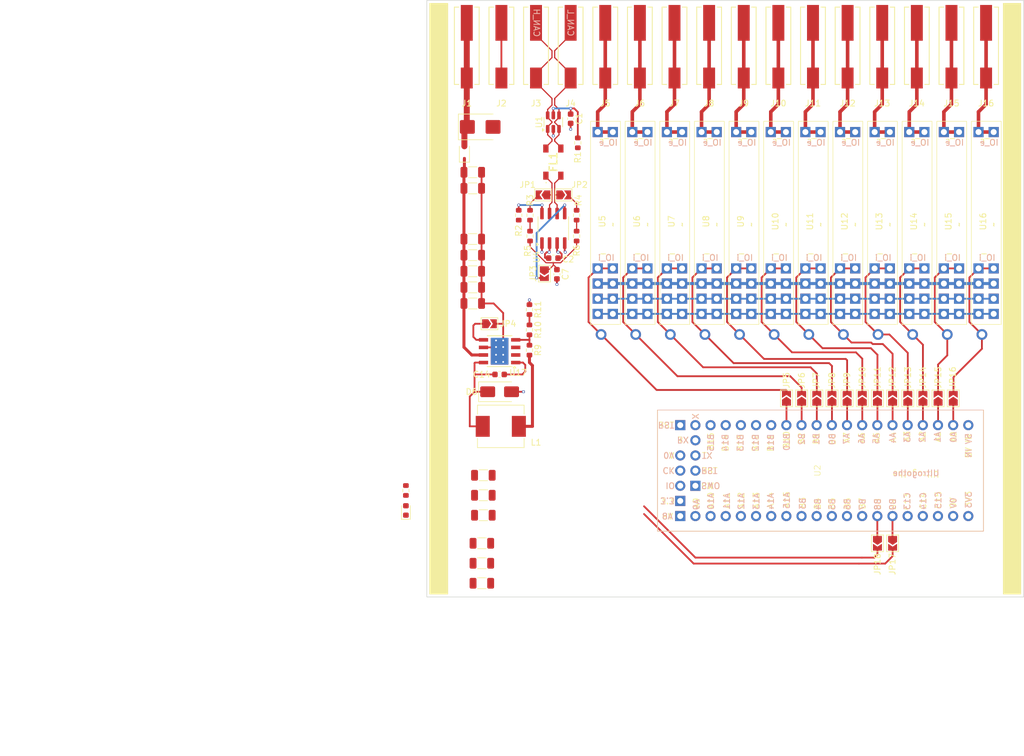
<source format=kicad_pcb>
(kicad_pcb (version 20240108) (generator "pcbnew") (generator_version "8.0")
  (layers (0 "F.Cu" signal) (31 "B.Cu" signal) (34 "B.Paste" user) (35 "F.Paste" user) (36 "B.SilkS" user "B.Silkscreen") (37 "F.SilkS" user "F.Silkscreen") (38 "B.Mask" user) (39 "F.Mask" user) (44 "Edge.Cuts" user))
  (net 0 "")
  (net 1 "5V")
  (net 2 "/s_CAN/5V_ESD")
  (net 3 "24V")
  (net 4 "CAN_N")
  (net 5 "CAN_P")
  (net 6 "0V")
  (net 7 "Net-(D3-A)")
  (net 8 "/s_ALIM_5V/Vs_f")
  (net 9 "Net-(JP5-B)")
  (net 10 "/s_CAN/CAN_iN")
  (net 11 "/s_CAN/CAN_iP")
  (net 12 "B10")
  (net 13 "Net-(U4-Rs)")
  (net 14 "3V3")
  (net 15 "CAN_TX")
  (net 16 "CAN_RX")
  (net 17 "Net-(U17-BOOT)")
  (net 18 "/s_CAN/CAN_jP")
  (net 19 "/s_CAN/CAN_jN")
  (net 20 "/s_CAN/CAN_jPi")
  (net 21 "/s_CAN/CAN_jNi")
  (net 22 "/s_CAN/can_milieu")
  (net 23 "Net-(J5-Pin_1)")
  (net 24 "Net-(J6-Pin_1)")
  (net 25 "Net-(J7-Pin_1)")
  (net 26 "Net-(J8-Pin_1)")
  (net 27 "Net-(J9-Pin_1)")
  (net 28 "Net-(J10-Pin_1)")
  (net 29 "Net-(J11-Pin_1)")
  (net 30 "Net-(J12-Pin_1)")
  (net 31 "Net-(J13-Pin_1)")
  (net 32 "Net-(J14-Pin_1)")
  (net 33 "Net-(J15-Pin_1)")
  (net 34 "Net-(J16-Pin_1)")
  (net 35 "Net-(JP6-B)")
  (net 36 "B2")
  (net 37 "Net-(JP7-B)")
  (net 38 "B1")
  (net 39 "B0")
  (net 40 "Net-(JP8-B)")
  (net 41 "A7")
  (net 42 "Net-(JP9-B)")
  (net 43 "A6")
  (net 44 "Net-(JP10-B)")
  (net 45 "A5")
  (net 46 "Net-(JP11-B)")
  (net 47 "/s_ALIM_5V/ph")
  (net 48 "/s_CAN/Vref_can")
  (net 49 "/s_ALIM_5V/EN_i")
  (net 50 "/s_ALIM_5V/Vsense")
  (net 51 "Net-(R10-Pad1)")
  (net 54 "A4")
  (net 55 "Net-(JP12-B)")
  (net 56 "Net-(JP13-B)")
  (net 57 "A3")
  (net 58 "Net-(JP14-B)")
  (net 59 "A2")
  (net 60 "Net-(JP15-B)")
  (net 61 "A1")
  (net 62 "Net-(JP16-B)")
  (net 63 "A0")
  (net 64 "Net-(JP17-A)")
  (net 65 "Net-(JP18-A)")
  (footprint "Chimere_comps:CONN_2060-451_998-404_WAGO" (layer "F.Cu") (at 187.9 107.6 180)
    (property "Reference" "J15")
    (property "Value" "2060-451/998-404")
  )
  (footprint "Chimere_comps:CONN_2060-451_998-404_WAGO" (layer "F.Cu") (at 141.5 107.6 180)
    (property "Reference" "J7")
    (property "Value" "2060-451/998-404")
  )
  (footprint "Jumper:SolderJumper-2_P1.3mm_Open_TrianglePad1.0x1.5mm" (layer "F.Cu") (at 110.5 154.2)
    (property "Reference" "JP4")
    (property "Value" "SolderJumper_2_Open")
  )
  (footprint "Jumper:SolderJumper-2_P1.3mm_Open_TrianglePad1.0x1.5mm" (layer "F.Cu") (at 178.04 191 -90)
    (property "Reference" "JP17")
    (property "Value" "SolderJumper_2_Open")
  )
  (footprint "Chimere_mods:Allumette" (layer "F.Cu") (at 135.7 137.3 90)
    (property "Reference" "U6")
    (property "Value" "~")
  )
  (footprint "Resistor_SMD:R_0603_1608Metric" (layer "F.Cu") (at 125.3 123.875 -90)
    (property "Reference" "R1")
    (property "Value" "1k")
  )
  (footprint "Jumper:SolderJumper-2_P1.3mm_Open_TrianglePad1.0x1.5mm" (layer "F.Cu") (at 175.5 191 -90)
    (property "Reference" "JP18")
    (property "Value" "SolderJumper_2_Open")
  )
  (footprint "Chimere_comps:CONN_2060-451_998-404_WAGO" (layer "F.Cu") (at 112.5 107.6 180)
    (property "Reference" "J2")
    (property "Value" "2060-451/998-404")
  )
  (footprint "Chimere_comps:CONN_2060-451_998-404_WAGO" (layer "F.Cu") (at 147.3 107.6 180)
    (property "Reference" "J8")
    (property "Value" "2060-451/998-404")
  )
  (footprint "Chimere_comps:Pastille" (layer "F.Cu") (at 152.4 156)
    (property "Reference" "TP5" (hide yes))
    (property "Value" "TestPoint" (hide yes))
  )
  (footprint "Chimere_comps:Pastille" (layer "F.Cu") (at 164 156)
    (property "Reference" "TP7" (hide yes))
    (property "Value" "TestPoint" (hide yes))
  )
  (footprint "Chimere_comps:CONN_2060-451_998-404_WAGO" (layer "F.Cu") (at 182.1 107.6 180)
    (property "Reference" "J14")
    (property "Value" "2060-451/998-404")
  )
  (footprint "Chimere_mods:Allumette" (layer "F.Cu") (at 193.7 137.3 90)
    (property "Reference" "U16")
    (property "Value" "~")
  )
  (footprint "Chimere_comps:Pastille" (layer "F.Cu") (at 135 156)
    (property "Reference" "TP2" (hide yes))
    (property "Value" "TestPoint" (hide yes))
  )
  (footprint "Jumper:SolderJumper-2_P1.3mm_Open_TrianglePad1.0x1.5mm" (layer "F.Cu") (at 165.34 166.7 90)
    (property "Reference" "JP7")
    (property "Value" "SolderJumper_2_Open")
  )
  (footprint "Chimere_mods:Allumette" (layer "F.Cu") (at 164.7 137.3 90)
    (property "Reference" "U11")
    (property "Value" "~")
  )
  (footprint "Capacitor_SMD:C_1206_3216Metric" (layer "F.Cu") (at 109.225 197.7)
    (property "Reference" "C13" (hide yes))
    (property "Value" "47uF 10V X5R")
  )
  (footprint "Capacitor_SMD:C_1206_3216Metric" (layer "F.Cu") (at 107.7 148.1)
    (property "Reference" "C18" (hide yes))
    (property "Value" "10uF 50V")
  )
  (footprint "Resistor_SMD:R_0603_1608Metric" (layer "F.Cu") (at 117.2 155.225 -90)
    (property "Reference" "R10")
    (property "Value" "470")
  )
  (footprint "Chimere_comps:Pastille" (layer "F.Cu") (at 193 156)
    (property "Reference" "TP12" (hide yes))
    (property "Value" "TestPoint" (hide yes))
  )
  (footprint "Chimere_mods:Allumette" (layer "F.Cu") (at 170.5 137.3 90)
    (property "Reference" "U12")
    (property "Value" "~")
  )
  (footprint "Chimere_comps:CONN_2060-451_998-404_WAGO" (layer "F.Cu") (at 153.1 107.6 180)
    (property "Reference" "J9")
    (property "Value" "2060-451/998-404")
  )
  (footprint "Jumper:SolderJumper-2_P1.3mm_Open_TrianglePad1.0x1.5mm" (layer "F.Cu") (at 178.04 166.7 90)
    (property "Reference" "JP12")
    (property "Value" "SolderJumper_2_Open")
  )
  (footprint "Capacitor_SMD:C_0603_1608Metric" (layer "F.Cu") (at 121.8 145.9 -90)
    (property "Reference" "C7")
    (property "Value" "10nF 50V X7R")
  )
  (footprint "Chimere_comps:Pastille" (layer "F.Cu") (at 187.2 156)
    (property "Reference" "TP11" (hide yes))
    (property "Value" "TestPoint" (hide yes))
  )
  (footprint "Jumper:SolderJumper-2_P1.3mm_Open_TrianglePad1.0x1.5mm" (layer "F.Cu") (at 188.2 166.7 90)
    (property "Reference" "JP16")
    (property "Value" "SolderJumper_2_Open")
  )
  (footprint "Diode_SMD:D_SOD-323" (layer "F.Cu") (at 106.3 125.5 90)
    (property "Reference" "D1" (hide yes))
    (property "Value" "1N5819WS")
  )
  (footprint "Capacitor_SMD:C_1206_3216Metric" (layer "F.Cu") (at 107.7 142.7)
    (property "Reference" "C9" (hide yes))
    (property "Value" "10uF 50V")
  )
  (footprint "LED_SMD:LED_0603_1608Metric" (layer "F.Cu") (at 96.5 185.5 90)
    (property "Reference" "D3" (hide yes))
    (property "Value" "LED")
  )
  (footprint "Capacitor_SMD:C_1206_3216Metric" (layer "F.Cu") (at 107.7 128.8)
    (property "Reference" "C3" (hide yes))
    (property "Value" "10uF 50V")
  )
  (footprint "Chimere_mods:Allumette" (layer "F.Cu") (at 187.9 137.3 90)
    (property "Reference" "U15")
    (property "Value" "~")
  )
  (footprint "Chimere_comps:Pastille" (layer "F.Cu") (at 146.6 156)
    (property "Reference" "TP4" (hide yes))
    (property "Value" "TestPoint" (hide yes))
  )
  (footprint "Chimere_mods:Allumette" (layer "F.Cu") (at 182.1 137.3 90)
    (property "Reference" "U14")
    (property "Value" "~")
  )
  (footprint "Chimere_comps:CONN_2060-451_998-404_WAGO" (layer "F.Cu") (at 164.7 107.6 180)
    (property "Reference" "J11")
    (property "Value" "2060-451/998-404")
  )
  (footprint "Jumper:SolderJumper-2_P1.3mm_Open_TrianglePad1.0x1.5mm" (layer "F.Cu") (at 162.8 166.7 90)
    (property "Reference" "JP6")
    (property "Value" "SolderJumper_2_Open")
  )
  (footprint "Jumper:SolderJumper-2_P1.3mm_Open_TrianglePad1.0x1.5mm" (layer "F.Cu") (at 167.88 166.7 90)
    (property "Reference" "JP8")
    (property "Value" "SolderJumper_2_Open")
  )
  (footprint "Chimere_comps:Pastille" (layer "F.Cu") (at 158.2 156)
    (property "Reference" "TP6" (hide yes))
    (property "Value" "TestPoint" (hide yes))
  )
  (footprint "Chimere_comps:CONN_2060-451_998-404_WAGO" (layer "F.Cu") (at 129.9 107.6 180)
    (property "Reference" "J5")
    (property "Value" "2060-451/998-404")
  )
  (footprint "Chimere_comps:CONN_2060-451_998-404_WAGO" (layer "F.Cu") (at 176.3 107.6 180)
    (property "Reference" "J13")
    (property "Value" "2060-451/998-404")
  )
  (footprint "Capacitor_SMD:C_1206_3216Metric" (layer "F.Cu") (at 107.7 131.5)
    (property "Reference" "C4" (hide yes))
    (property "Value" "10uF 50V")
  )
  (footprint "Resistor_SMD:R_0603_1608Metric" (layer "F.Cu") (at 117.2 151.825 -90)
    (property "Reference" "R11")
    (property "Value" "2k7")
  )
  (footprint "Chimere_mods:Allumette" (layer "F.Cu") (at 176.3 137.3 90)
    (property "Reference" "U13")
    (property "Value" "~")
  )
  (footprint "Capacitor_SMD:C_1206_3216Metric" (layer "F.Cu") (at 107.7 140)
    (property "Reference" "C8" (hide yes))
    (property "Value" "10uF 50V")
  )
  (footprint "Resistor_SMD:R_0603_1608Metric" (layer "F.Cu") (at 125.1 136 -90)
    (property "Reference" "R4")
    (property "Value" "33")
  )
  (footprint "Chimere_comps:CONN_2060-451_998-404_WAGO" (layer "F.Cu") (at 118.3 107.6 180)
    (property "Reference" "J3")
    (property "Value" "2060-451/998-404")
  )
  (footprint "Diode_SMD:D_SMB" (layer "F.Cu") (at 108.95 121.2)
    (property "Reference" "D2" (hide yes))
    (property "Value" "SMBJ30CA")
  )
  (footprint "Resistor_SMD:R_0603_1608Metric" (layer "F.Cu") (at 117.3 136 -90)
    (property "Reference" "R3")
    (property "Value" "33")
  )
  (footprint "Capacitor_SMD:C_1206_3216Metric" (layer "F.Cu") (at 109.225 194.35)
    (property "Reference" "C12" (hide yes))
    (property "Value" "47uF 10V X5R")
  )
  (footprint "Chimere_comps:CONN_2060-451_998-404_WAGO" (layer "F.Cu") (at 135.7 107.6 180)
    (property "Reference" "J6")
    (property "Value" "2060-451/998-404")
  )
  (footprint "Chimere_comps:Pastille" (layer "F.Cu") (at 140.8 156)
    (property "Reference" "TP3" (hide yes))
    (property "Value" "TestPoint" (hide yes))
  )
  (footprint "Resistor_SMD:R_0603_1608Metric" (layer "F.Cu") (at 117.3 139.5 -90)
    (property "Reference" "R5")
    (property "Value" "27")
  )
  (footprint "Chimere_comps:ACT45B1012PTL003" (layer "F.Cu") (at 121.2 127.1 90)
    (property "Reference" "FL1")
    (property "Value" "~" (hide yes))
  )
  (footprint "Chimere_comps:CONN_2060-451_998-404_WAGO" (layer "F.Cu") (at 170.5 107.6 180)
    (property "Reference" "J12")
    (property "Value" "2060-451/998-404")
  )
  (footprint "Jumper:SolderJumper-2_P1.3mm_Open_TrianglePad1.0x1.5mm" (layer "F.Cu") (at 185.66 166.7 90)
    (property "Reference" "JP15")
    (property "Value" "SolderJumper_2_Open")
  )
  (footprint "Capacitor_SMD:C_1206_3216Metric" (layer "F.Cu") (at 107.7 150.8)
    (property "Reference" "C19" (hide yes))
    (property "Value" "10uF 50V")
  )
  (footprint "Resistor_SMD:R_0603_1608Metric" (layer "F.Cu") (at 125.1 139.5 -90)
    (property "Reference" "R6")
    (property "Value" "27")
  )
  (footprint "Capacitor_SMD:C_1206_3216Metric" (layer "F.Cu") (at 107.7 145.4)
    (property "Reference" "C10" (hide yes))
    (property "Value" "10uF 50V")
  )
  (footprint "Inductor_SMD:L_Chilisin_BMRB00060650" (layer "F.Cu") (at 112.4 171.4)
    (property "Reference" "L1")
    (property "Value" "SMMS0650-680M")
  )
  (footprint "Jumper:SolderJumper-2_P1.3mm_Open_TrianglePad1.0x1.5mm" (layer "F.Cu") (at 180.58 166.7 90)
    (property "Reference" "JP13")
    (property "Value" "SolderJumper_2_Open")
  )
  (footprint "Jumper:SolderJumper-2_P1.3mm_Open_TrianglePad1.0x1.5mm" (layer "F.Cu") (at 122.925 132.6)
    (property "Reference" "JP2")
    (property "Value" "SolderJumper_2_Open")
  )
  (footprint "Jumper:SolderJumper-2_P1.3mm_Open_TrianglePad1.0x1.5mm" (layer "F.Cu") (at 119.475 132.6 180)
    (property "Reference" "JP1")
    (property "Value" "SolderJumper_2_Open")
  )
  (footprint "Jumper:SolderJumper-2_P1.3mm_Open_TrianglePad1.0x1.5mm" (layer "F.Cu") (at 170.42 166.7 90)
    (property "Reference" "JP9")
    (property "Value" "SolderJumper_2_Open")
  )
  (footprint "Chimere_comps:Pastille" (layer "F.Cu") (at 175.6 156)
    (property "Reference" "TP9" (hide yes))
    (property "Value" "TestPoint" (hide yes))
  )
  (footprint "Jumper:SolderJumper-2_P1.3mm_Open_TrianglePad1.0x1.5mm" (layer "F.Cu") (at 183.12 166.7 90)
    (property "Reference" "JP14")
    (property "Value" "SolderJumper_2_Open")
  )
  (footprint "Chimere_mods:Allumette" (layer "F.Cu") (at 153.1 137.3 90)
    (property "Reference" "U9")
    (property "Value" "~")
  )
  (footprint "Chimere_comps:Pastille" (layer "F.Cu") (at 129.2 156)
    (property "Reference" "TP1" (hide yes))
    (property "Value" "TestPoint" (hide yes))
  )
  (footprint "Resistor_SMD:R_0603_1608Metric" (layer "F.Cu") (at 96.5 182.15 90)
    (property "Reference" "R8" (hide yes))
    (property "Value" "10k")
  )
  (footprint "Diode_SMD:D_SMA" (layer "F.Cu") (at 112.2 165.6)
    (property "Reference" "D6")
    (property "Value" "SS54")
  )
  (footprint "Chimere_comps:CONN_2060-451_998-404_WAGO" (layer "F.Cu") (at 106.7 107.6 180)
    (property "Reference" "J1")
    (property "Value" "2060-451/998-404")
  )
  (footprint "Resistor_SMD:R_0603_1608Metric" (layer "F.Cu") (at 115.4 136 90)
    (property "Reference" "R2")
    (property "Value" "10k")
  )
  (footprint "Chimere_mods:Allumette" (layer "F.Cu") (at 147.3 137.3 90)
    (property "Reference" "U8")
    (property "Value" "~")
  )
  (footprint "Chimere_mods:Allumette" (layer "F.Cu") (at 129.9 137.3 90)
    (property "Reference" "U5")
    (property "Value" "~")
  )
  (footprint "Jumper:SolderJumper-2_P1.3mm_Open_TrianglePad1.0x1.5mm" (layer "F.Cu") (at 160.26 166.7 90)
    (property "Reference" "JP5")
    (property "Value" "SolderJumper_2_Open")
  )
  (footprint "Resistor_SMD:R_0603_1608Metric" (layer "F.Cu") (at 117.2 158.625 -90)
    (property "Reference" "R9")
    (property "Value" "10k")
  )
  (footprint "Chimere_comps:Pastille" (layer "F.Cu") (at 169.8 156)
    (property "Reference" "TP8" (hide yes))
    (property "Value" "TestPoint" (hide yes))
  )
  (footprint "Capacitor_SMD:C_1206_3216Metric" (layer "F.Cu") (at 109.475 179.6)
    (property "Reference" "C15" (hide yes))
    (property "Value" "10uF 50V")
  )
  (footprint "Jumper:SolderJumper-2_P1.3mm_Open_TrianglePad1.0x1.5mm" (layer "F.Cu") (at 175.5 166.7 90)
    (property "Reference" "JP11")
    (property "Value" "SolderJumper_2_Open")
  )
  (footprint "Jumper:SolderJumper-2_P1.3mm_Open_TrianglePad1.0x1.5mm" (layer "F.Cu") (at 172.96 166.7 90)
    (property "Reference" "JP10")
    (property "Value" "SolderJumper_2_Open")
  )
  (footprint "Chimere_comps:Pastille" (layer "F.Cu") (at 181.4 156)
    (property "Reference" "TP10" (hide yes))
    (property "Value" "TestPoint" (hide yes))
  )
  (footprint "Capacitor_SMD:C_0603_1608Metric" (layer "F.Cu") (at 112.2 162.7 180)
    (property "Reference" "C14")
    (property "Value" "10nF 50V X7R")
  )
  (footprint "Chimere_comps:CONN_2060-451_998-404_WAGO" (layer "F.Cu") (at 158.9 107.6 180)
    (property "Reference" "J10")
    (property "Value" "2060-451/998-404")
  )
  (footprint "Package_TO_SOT_SMD:SOT-23-6" (layer "F.Cu") (at 121.2 120.4 90)
    (property "Reference" "U1")
    (property "Value" "SRV05-4")
  )
  (footprint "Chimere_mods:Ultrogothe" (layer "F.Cu") (at 165.955 178.82 90)
    (property "Reference" "U2")
    (property "Value" "~")
  )
  (footprint "Chimere_mods:Allumette" (layer "F.Cu") (at 141.5 137.3 90)
    (property "Reference" "U7")
    (property "Value" "~")
  )
  (footprint "Capacitor_SMD:C_0603_1608Metric" (layer "F.Cu") (at 124.1 119.825 -90)
    (property "Reference" "C1")
    (property "Value" "100nF 50V X7R")
  )
  (footprint "Jumper:SolderJumper-2_P1.3mm_Open_TrianglePad1.0x1.5mm" (layer "F.Cu") (at 119.7 145.8 -90)
    (property "Reference" "JP3")
    (property "Value" "SolderJumper_2_Open")
  )
  (footprint "Capacitor_SMD:C_1206_3216Metric" (layer "F.Cu") (at 109.475 186.3)
    (property "Reference" "C17" (hide yes))
    (property "Value" "47uF 10V X5R")
  )
  (footprint "Package_SO:SOIC-8_3.9x4.9mm_P1.27mm" (layer "F.Cu") (at 121.2 138.2 90)
    (property "Reference" "U4")
    (property "Value" "SN65HVD230")
  )
  (footprint "Chimere_mods:Allumette" (layer "F.Cu") (at 158.9 137.3 90)
    (property "Reference" "U10")
    (property "Value" "~")
  )
  (footprint "Capacitor_SMD:C_1206_3216Metric" (layer "F.Cu") (at 109.475 182.95)
    (property "Reference" "C16" (hide yes))
    (property "Value" "47uF 10V X5R")
  )
  (footprint "Chimere_comps:CONN_2060-451_998-404_WAGO" (layer "F.Cu") (at 124.1 107.6 180)
    (property "Reference" "J4")
    (property "Value" "2060-451/998-404")
  )
  (footprint "Chimere_comps:CONN_2060-451_998-404_WAGO" (layer "F.Cu") (at 193.7 107.6 180)
    (property "Reference" "J16")
    (property "Value" "2060-451/998-404")
  )
  (footprint "Capacitor_SMD:C_0603_1608Metric" (layer "F.Cu") (at 121.2 143.2 180)
    (property "Reference" "C2")
    (property "Value" "100nF 50V X7R")
  )
  (footprint "Package_SO:TI_SO-PowerPAD-8_ThermalVias" (layer "F.Cu") (at 112.2 158.8 180)
    (property "Reference" "U17")
    (property "Value" "TPS5430DDA")
  )
  (footprint "Capacitor_SMD:C_1206_3216Metric" (layer "F.Cu") (at 109.225 191)
    (property "Reference" "C11" (hide yes))
    (property "Value" "10uF 50V")
  )
  (gr_rect (start 100.5 100.5) (end 103.5 199.5) (stroke (width 0.15)) (fill solid) (layer "F.SilkS"))
  (gr_rect (start 196.6 100.5) (end 199.5 199.5) (stroke (width 0.15)) (fill solid) (layer "F.SilkS"))
  (gr_rect (start 100 100) (end 200 200) (stroke (width 0.1)) (fill none) (layer "Edge.Cuts"))
  (gr_text "CAN_L" (at 123.5 106.1 -90) (layer "B.SilkS") (effects (font (size 1 1)) (justify left bottom mirror)))
  (gr_text "CAN_H" (at 117.8 106.2 -90) (layer "B.SilkS") (effects (font (size 1 1)) (justify left bottom mirror)))
  (segment (start 115.425 171.4) (end 117.7 171.4) (width 0.5) (layer "F.Cu") (net 1))
  (segment (start 117.7 171.4) (end 117.7 161.2) (width 0.5) (layer "F.Cu") (net 1))
  (segment (start 117.2 160.7) (end 117.2 159.45) (width 0.5) (layer "F.Cu") (net 1))
  (segment (start 117.7 161.2) (end 117.2 160.7) (width 0.5) (layer "F.Cu") (net 1))
  (segment (start 194.97 147.46) (end 128.63 147.46) (width 0.5) (layer "B.Cu") (net 1))
  (segment (start 124.1 118.1) (end 124.1 119.05) (width 0.3) (layer "F.Cu") (net 2))
  (segment (start 124.7 118.1) (end 124.1 118.1) (width 0.3) (layer "F.Cu") (net 2))
  (segment (start 125.3 118.7) (end 124.7 118.1) (width 0.3) (layer "F.Cu") (net 2))
  (segment (start 125.3 123.05) (end 125.3 118.7) (width 0.3) (layer "F.Cu") (net 2))
  (segment (start 121.2 119.2625) (end 121.2 118.1) (width 0.3) (layer "F.Cu") (net 2))
  (via (at 121.2 118.1) (size 0.5) (drill 0.3) (layers "F.Cu" "B.Cu") (net 2))
  (via (at 124.1 118.1) (size 0.5) (drill 0.3) (layers "F.Cu" "B.Cu") (net 2))
  (segment (start 121.2 118.1) (end 124.1 118.1) (width 0.3) (layer "B.Cu") (net 2))
  (segment (start 106.3 124.45) (end 106.3 121.7) (width 1) (layer "F.Cu") (net 3))
  (segment (start 106.7 113.005001) (end 106.7 121.1) (width 1) (layer "F.Cu") (net 3))
  (segment (start 106.7 121.1) (end 106.8 121.2) (width 1) (layer "F.Cu") (net 3))
  (segment (start 106.3 121.7) (end 106.8 121.2) (width 1) (layer "F.Cu") (net 3))
  (segment (start 106.7 103.755001) (end 106.7 113.005001) (width 1) (layer "F.Cu") (net 3))
  (segment (start 121.425 109.580001) (end 121.425 108.430001) (width 0.2) (layer "F.Cu") (net 4))
  (segment (start 121.425 123.256251) (end 122.15 122.531251) (width 0.2) (layer "F.Cu") (net 4))
  (segment (start 121.425 116.6) (end 121.425 116.561537) (width 0.2) (layer "F.Cu") (net 4))
  (segment (start 124.1 113.755001) (end 121.425 116.430001) (width 0.2) (layer "F.Cu") (net 4))
  (segment (start 122.15 121.175) (end 121.425 120.45) (width 0.2) (layer "F.Cu") (net 4))
  (segment (start 124.1 113.005001) (end 124.1 113.755001) (width 0.2) (layer "F.Cu") (net 4))
  (segment (start 122.15 121.5375) (end 122.15 121.175) (width 0.2) (layer "F.Cu") (net 4))
  (segment (start 121.425 120.45) (end 121.425 120.35) (width 0.2) (layer "F.Cu") (net 4))
  (segment (start 122.15 122.531251) (end 122.15 121.5375) (width 0.2) (layer "F.Cu") (net 4))
  (segment (start 122.45 124.825) (end 122.45 124.6) (width 0.2) (layer "F.Cu") (net 4))
  (segment (start 121.425 117.543749) (end 121.425 116.561537) (width 0.2) (layer "F.Cu") (net 4))
  (segment (start 121.425 120.35) (end 122.15 119.625) (width 0.2) (layer "F.Cu") (net 4))
  (segment (start 121.425 116.430001) (end 121.425 116.6) (width 0.2) (layer "F.Cu") (net 4))
  (segment (start 124.1 105.755001) (end 124.1 103.755001) (width 0.2) (layer "F.Cu") (net 4))
  (segment (start 121.425 123.34932) (end 121.425 123.575) (width 0.2) (layer "F.Cu") (net 4))
  (segment (start 122.45 124.6) (end 121.425 123.575) (width 0.2) (layer "F.Cu") (net 4))
  (segment (start 121.425 108.430001) (end 124.1 105.755001) (width 0.2) (layer "F.Cu") (net 4))
  (segment (start 124.1 112.255001) (end 121.425 109.580001) (width 0.2) (layer "F.Cu") (net 4))
  (segment (start 122.15 118.268749) (end 121.425 117.543749) (width 0.2) (layer "F.Cu") (net 4))
  (segment (start 121.425 123.575) (end 121.425 123.256251) (width 0.2) (layer "F.Cu") (net 4))
  (segment (start 122.15 119.625) (end 122.15 119.2625) (width 0.2) (layer "F.Cu") (net 4))
  (segment (start 124.1 113.005001) (end 124.1 112.255001) (width 0.2) (layer "F.Cu") (net 4))
  (segment (start 122.15 119.2625) (end 122.15 118.268749) (width 0.2) (layer "F.Cu") (net 4))
  (segment (start 120.25 122.531251) (end 120.25 121.5375) (width 0.2) (layer "F.Cu") (net 5))
  (segment (start 120.25 119.625) (end 120.25 119.2625) (width 0.2) (layer "F.Cu") (net 5))
  (segment (start 120.975 108.430001) (end 118.3 105.755001) (width 0.2) (layer "F.Cu") (net 5))
  (segment (start 118.3 105.755001) (end 118.3 103.755001) (width 0.2) (layer "F.Cu") (net 5))
  (segment (start 118.3 113.005001) (end 118.3 112.255001) (width 0.2) (layer "F.Cu") (net 5))
  (segment (start 120.25 119.2625) (end 120.25 118.268749) (width 0.2) (layer "F.Cu") (net 5))
  (segment (start 120.975 116.6) (end 120.975 116.561537) (width 0.2) (layer "F.Cu") (net 5))
  (segment (start 120.975 120.45) (end 120.975 120.35) (width 0.2) (layer "F.Cu") (net 5))
  (segment (start 120.975 109.580001) (end 120.975 108.430001) (width 0.2) (layer "F.Cu") (net 5))
  (segment (start 120.975 120.35) (end 120.25 119.625) (width 0.2) (layer "F.Cu") (net 5))
  (segment (start 120.25 121.175) (end 120.975 120.45) (width 0.2) (layer "F.Cu") (net 5))
  (segment (start 120.25 121.5375) (end 120.25 121.175) (width 0.2) (layer "F.Cu") (net 5))
  (segment (start 120.975 116.430001) (end 120.975 116.6) (width 0.2) (layer "F.Cu") (net 5))
  (segment (start 118.3 113.755001) (end 120.975 116.430001) (width 0.2) (layer "F.Cu") (net 5))
  (segment (start 118.3 112.255001) (end 120.975 109.580001) (width 0.2) (layer "F.Cu") (net 5))
  (segment (start 119.95 124.6) (end 120.975 123.575) (width 0.2) (layer "F.Cu") (net 5))
  (segment (start 120.975 123.34932) (end 120.975 123.575) (width 0.2) (layer "F.Cu") (net 5))
  (segment (start 120.975 117.543749) (end 120.975 116.561537) (width 0.2) (layer "F.Cu") (net 5))
  (segment (start 120.975 123.575) (end 120.975 123.256251) (width 0.2) (layer "F.Cu") (net 5))
  (segment (start 120.25 118.268749) (end 120.975 117.543749) (width 0.2) (layer "F.Cu") (net 5))
  (segment (start 120.975 123.256251) (end 120.25 122.531251) (width 0.2) (layer "F.Cu") (net 5))
  (segment (start 118.3 113.005001) (end 118.3 113.755001) (width 0.2) (layer "F.Cu") (net 5))
  (segment (start 119.95 124.825) (end 119.95 124.6) (width 0.2) (layer "F.Cu") (net 5))
  (segment (start 120.565 140.675) (end 120.565 142.135) (width 0.3) (layer "F.Cu") (net 6))
  (segment (start 109.175 150.8) (end 109.175 145.4) (width 0.3) (layer "F.Cu") (net 6))
  (segment (start 119.8 142.5) (end 119.8 143.1) (width 0.3) (layer "F.Cu") (net 6))
  (segment (start 112.8 154.3) (end 112.8 152.4) (width 0.3) (layer "F.Cu") (net 6))
  (segment (start 111.2 150.8) (end 109.175 150.8) (width 0.3) (layer "F.Cu") (net 6))
  (segment (start 121.8 146.675) (end 121.8 147.6) (width 0.3) (layer "F.Cu") (net 6))
  (segment (start 112.7 154.2) (end 112.8 154.3) (width 0.3) (layer "F.Cu") (net 6))
  (segment (start 111.225 154.2) (end 112.7 154.2) (width 0.3) (layer "F.Cu") (net 6))
  (segment (start 124.1 120.6) (end 124.1 121.6) (width 0.3) (layer "F.Cu") (net 6))
  (segment (start 119.8 143.1) (end 119.9 143.2) (width 0.3) (layer "F.Cu") (net 6))
  (segment (start 120.425 143.2) (end 119.9 143.2) (width 0.3) (layer "F.Cu") (net 6))
  (segment (start 111.535 158.165) (end 111.6 158.1) (width 0.3) (layer "F.Cu") (net 6))
  (segment (start 112.5 103.755001) (end 112.5 113.005001) (width 0.3) (layer "F.Cu") (net 6))
  (segment (start 109.175 128.8) (end 109.175 145) (width 0.3) (layer "F.Cu") (net 6))
  (segment (start 117.2 151) (end 117.2 150.2) (width 0.3) (layer "F.Cu") (net 6))
  (segment (start 112.8 152.4) (end 111.2 150.8) (width 0.3) (layer "F.Cu") (net 6))
  (segment (start 109.5 158.165) (end 111.535 158.165) (width 0.3) (layer "F.Cu") (net 6))
  (segment (start 114.2 165.6) (end 116.2 165.6) (width 0.3) (layer "F.Cu") (net 6))
  (segment (start 120.565 142.135) (end 120.5 142.2) (width 0.3) (layer "F.Cu") (net 6))
  (segment (start 112.8 157) (end 112.8 154.3) (width 0.3) (layer "F.Cu") (net 6))
  (segment (start 121.2 121.5375) (end 121.2 122.7) (width 0.3) (layer "F.Cu") (net 6))
  (segment (start 120.1 142.2) (end 120.5 142.2) (width 0.3) (layer "F.Cu") (net 6))
  (segment (start 119.8 142.5) (end 120.1 142.2) (width 0.3) (layer "F.Cu") (net 6))
  (via (at 121.8 147.6) (size 0.5) (drill 0.3) (layers "F.Cu" "B.Cu") (net 6))
  (via (at 124.1 121.6) (size 0.5) (drill 0.3) (layers "F.Cu" "B.Cu") (net 6))
  (via (at 120.5 142.2) (size 0.5) (drill 0.3) (layers "F.Cu" "B.Cu") (net 6))
  (via (at 117.2 150.2) (size 0.5) (drill 0.3) (layers "F.Cu" "B.Cu") (net 6))
  (via (at 121.2 122.7) (size 0.5) (drill 0.3) (layers "F.Cu" "B.Cu") (net 6))
  (via (at 116.2 165.6) (size 0.5) (drill 0.3) (layers "F.Cu" "B.Cu") (net 6))
  (segment (start 194.97 152.54) (end 128.63 152.54) (width 0.3) (layer "B.Cu") (net 6))
  (segment (start 106.3 128.725) (end 106.225 128.8) (width 0.5) (layer "F.Cu") (net 8))
  (segment (start 107.535 159.435) (end 109.5 159.435) (width 0.5) (layer "F.Cu") (net 8))
  (segment (start 106.225 150.8) (end 106.225 158.125) (width 0.5) (layer "F.Cu") (net 8))
  (segment (start 106.225 150.8) (end 106.225 145.4) (width 0.5) (layer "F.Cu") (net 8))
  (segment (start 106.225 145) (end 106.225 128.8) (width 0.5) (layer "F.Cu") (net 8))
  (segment (start 106.225 158.125) (end 107.535 159.435) (width 0.5) (layer "F.Cu") (net 8))
  (segment (start 106.3 126.55) (end 106.3 128.725) (width 0.5) (layer "F.Cu") (net 8))
  (segment (start 128.63 144.92) (end 127.1 146.45) (width 0.3) (layer "F.Cu") (net 9))
  (segment (start 138.5 165.3) (end 129.2 156) (width 0.3) (layer "F.Cu") (net 9))
  (segment (start 128.63 144.92) (end 131.17 144.92) (width 0.3) (layer "F.Cu") (net 9))
  (segment (start 127.1 153.9) (end 129.2 156) (width 0.3) (layer "F.Cu") (net 9))
  (segment (start 160.26 165.36) (end 160.2 165.3) (width 0.3) (layer "F.Cu") (net 9))
  (segment (start 160.26 165.975) (end 160.26 165.36) (width 0.3) (layer "F.Cu") (net 9))
  (segment (start 127.1 146.45) (end 127.1 153.9) (width 0.3) (layer "F.Cu") (net 9))
  (segment (start 160.2 165.3) (end 138.5 165.3) (width 0.3) (layer "F.Cu") (net 9))
  (segment (start 121.835 135.725) (end 121.835 134.262499) (width 0.2) (layer "F.Cu") (net 10))
  (segment (start 121.835 134.262499) (end 121.425 133.852499) (width 0.2) (layer "F.Cu") (net 10))
  (segment (start 121.425 132.6) (end 121.425 130.625) (width 0.2) (layer "F.Cu") (net 10))
  (segment (start 122.45 129.6) (end 121.425 130.625) (width 0.2) (layer "F.Cu") (net 10))
  (segment (start 122.45 129.375) (end 122.45 129.6) (width 0.2) (layer "F.Cu") (net 10))
  (segment (start 122.2 132.6) (end 121.425 132.6) (width 0.2) (layer "F.Cu") (net 10))
  (segment (start 121.425 133.852499) (end 121.425 132.6) (width 0.2) (layer "F.Cu") (net 10))
  (segment (start 120.565 135.725) (end 120.565 134.262499) (width 0.2) (layer "F.Cu") (net 11))
  (segment (start 120.975 133.852499) (end 120.975 132.6) (width 0.2) (layer "F.Cu") (net 11))
  (segment (start 120.2 132.6) (end 120.975 132.6) (width 0.2) (layer "F.Cu") (net 11))
  (segment (start 119.95 129.375) (end 119.95 129.6) (width 0.2) (layer "F.Cu") (net 11))
  (segment (start 120.975 132.6) (end 120.975 130.625) (width 0.2) (layer "F.Cu") (net 11))
  (segment (start 120.565 134.262499) (end 120.975 133.852499) (width 0.2) (layer "F.Cu") (net 11))
  (segment (start 119.95 129.6) (end 120.975 130.625) (width 0.2) (layer "F.Cu") (net 11))
  (segment (start 160.26 171.18) (end 160.24 171.2) (width 0.3) (layer "F.Cu") (net 12))
  (segment (start 160.26 167.425) (end 160.26 171.18) (width 0.3) (layer "F.Cu") (net 12))
  (segment (start 119.295 135.725) (end 119.295 134.305) (width 0.3) (layer "F.Cu") (net 13))
  (segment (start 115.4 135.175) (end 115.4 134.3) (width 0.3) (layer "F.Cu") (net 13))
  (segment (start 119.295 134.305) (end 119.3 134.3) (width 0.3) (layer "F.Cu") (net 13))
  (via (at 115.4 134.3) (size 0.5) (drill 0.3) (layers "F.Cu" "B.Cu") (net 13))
  (via (at 119.3 134.3) (size 0.5) (drill 0.3) (layers "F.Cu" "B.Cu") (net 13))
  (segment (start 119.3 134.3) (end 115.4 134.3) (width 0.3) (layer "B.Cu") (net 13))
  (segment (start 121.975 143.2) (end 122.5 143.2) (width 0.3) (layer "F.Cu") (net 14))
  (segment (start 122.6 142.5) (end 122.3 142.2) (width 0.3) (layer "F.Cu") (net 14))
  (segment (start 122.3 142.2) (end 122 142.2) (width 0.3) (layer "F.Cu") (net 14))
  (segment (start 121.835 140.675) (end 121.835 142.165) (width 0.3) (layer "F.Cu") (net 14))
  (segment (start 121.965 142.165) (end 122 142.2) (width 0.3) (layer "F.Cu") (net 14))
  (segment (start 122.6 143.1) (end 122.6 142.5) (width 0.3) (layer "F.Cu") (net 14))
  (segment (start 122.5 143.2) (end 122.6 143.1) (width 0.3) (layer "F.Cu") (net 14))
  (segment (start 121.835 142.165) (end 121.965 142.165) (width 0.3) (layer "F.Cu") (net 14))
  (via (at 122 142.2) (size 0.5) (drill 0.3) (layers "F.Cu" "B.Cu") (net 14))
  (segment (start 128.63 150) (end 194.97 150) (width 0.3) (layer "B.Cu") (net 14))
  (segment (start 176.8 194.4) (end 172.4 194.4) (width 0.3) (layer "F.Cu") (net 15))
  (segment (start 119.295 142.181806) (end 119.285504 142.191302) (width 0.3) (layer "F.Cu") (net 15))
  (segment (start 144.7 194.4) (end 136.4 186.1) (width 0.3) (layer "F.Cu") (net 15))
  (segment (start 178.04 193.16) (end 177.7 193.5) (width 0.3) (layer "F.Cu") (net 15))
  (segment (start 177.7 193.5) (end 176.8 194.4) (width 0.3) (layer "F.Cu") (net 15))
  (segment (start 119.295 140.675) (end 119.295 142.181806) (width 0.3) (layer "F.Cu") (net 15))
  (segment (start 178.04 191.725) (end 178.04 193.16) (width 0.3) (layer "F.Cu") (net 15))
  (segment (start 172.4 194.4) (end 144.7 194.4) (width 0.3) (layer "F.Cu") (net 15))
  (via (at 119.285504 142.191302) (size 0.5) (drill 0.3) (layers "F.Cu" "B.Cu") (net 15))
  (segment (start 145 193.4) (end 138.4 186.8) (width 0.3) (layer "F.Cu") (net 16))
  (segment (start 175.5 192.9) (end 175.4 193) (width 0.3) (layer "F.Cu") (net 16))
  (segment (start 172.9 193.4) (end 145 193.4) (width 0.3) (layer "F.Cu") (net 16))
  (segment (start 138.4 186.8) (end 136.4 184.8) (width 0.3) (layer "F.Cu") (net 16))
  (segment (start 123.105 140.675) (end 123.105 142.105) (width 0.3) (layer "F.Cu") (net 16))
  (segment (start 175.4 193) (end 175 193.4) (width 0.3) (layer "F.Cu") (net 16))
  (segment (start 123.105 142.105) (end 123.2 142.2) (width 0.3) (layer "F.Cu") (net 16))
  (segment (start 175.5 191.725) (end 175.5 192.9) (width 0.3) (layer "F.Cu") (net 16))
  (segment (start 175 193.4) (end 172.9 193.4) (width 0.3) (layer "F.Cu") (net 16))
  (via (at 123.2 142.2) (size 0.5) (drill 0.3) (layers "F.Cu" "B.Cu") (net 16))
  (segment (start 112.975 162.7) (end 116 162.7) (width 0.3) (layer "F.Cu") (net 17))
  (segment (start 116.1 160.7) (end 116.095 160.705) (width 0.3) (layer "F.Cu") (net 17))
  (segment (start 116.5 162.2) (end 116.5 161.1) (width 0.3) (layer "F.Cu") (net 17))
  (segment (start 116.5 161.1) (end 116.1 160.7) (width 0.3) (layer "F.Cu") (net 17))
  (segment (start 116 162.7) (end 116.5 162.2) (width 0.3) (layer "F.Cu") (net 17))
  (segment (start 116.095 160.705) (end 114.9 160.705) (width 0.3) (layer "F.Cu") (net 17))
  (segment (start 117.3 134.05) (end 118.75 132.6) (width 0.2) (layer "F.Cu") (net 18))
  (segment (start 117.3 135.175) (end 117.3 134.05) (width 0.2) (layer "F.Cu") (net 18))
  (segment (start 125.1 134.05) (end 123.65 132.6) (width 0.2) (layer "F.Cu") (net 19))
  (segment (start 125.1 135.175) (end 125.1 134.05) (width 0.2) (layer "F.Cu") (net 19))
  (segment (start 117.3 136.825) (end 117.3 138.675) (width 0.2) (layer "F.Cu") (net 20))
  (segment (start 125.1 138.675) (end 125.1 136.825) (width 0.2) (layer "F.Cu") (net 21))
  (segment (start 117.3 141.3) (end 117.3 140.325) (width 0.2) (layer "F.Cu") (net 22))
  (segment (start 121.2 144.4) (end 121.2 144.3) (width 0.2) (layer "F.Cu") (net 22))
  (segment (start 121.2 144.3) (end 121.2 143.975) (width 0.2) (layer "F.Cu") (net 22))
  (segment (start 122.423696 143.975) (end 121.2 143.975) (width 0.2) (layer "F.Cu") (net 22))
  (segment (start 125.1 140.325) (end 125.1 141.298696) (width 0.2) (layer "F.Cu") (net 22))
  (segment (start 119.7 145.075) (end 120.525 145.075) (width 0.2) (layer "F.Cu") (net 22))
  (segment (start 125.1 141.298696) (end 122.423696 143.975) (width 0.2) (layer "F.Cu") (net 22))
  (segment (start 119.975 143.975) (end 117.3 141.3) (width 0.2) (layer "F.Cu") (net 22))
  (segment (start 121.8 145.125) (end 121.8 144.9) (width 0.2) (layer "F.Cu") (net 22))
  (segment (start 121.8 144.9) (end 121.2 144.3) (width 0.2) (layer "F.Cu") (net 22))
  (segment (start 121.2 143.975) (end 119.975 143.975) (width 0.2) (layer "F.Cu") (net 22))
  (segment (start 120.525 145.075) (end 121.2 144.4) (width 0.2) (layer "F.Cu") (net 22))
  (segment (start 128.63 122.06) (end 131.17 122.06) (width 0.6) (layer "F.Cu") (net 23))
  (segment (start 129.9 117.4) (end 129.9 113.005001) (width 0.6) (layer "F.Cu") (net 23))
  (segment (start 128.63 118.67) (end 129.9 117.4) (width 0.6) (layer "F.Cu") (net 23))
  (segment (start 129.9 103.755001) (end 129.9 113.005001) (width 0.6) (layer "F.Cu") (net 23))
  (segment (start 128.63 122.06) (end 128.63 118.67) (width 0.6) (layer "F.Cu") (net 23))
  (segment (start 134.43 118.67) (end 135.7 117.4) (width 0.6) (layer "F.Cu") (net 24))
  (segment (start 134.43 122.06) (end 134.43 118.67) (width 0.6) (layer "F.Cu") (net 24))
  (segment (start 135.7 103.755001) (end 135.7 113.005001) (width 0.6) (layer "F.Cu") (net 24))
  (segment (start 135.7 117.4) (end 135.7 113.005001) (width 0.6) (layer "F.Cu") (net 24))
  (segment (start 134.43 122.06) (end 136.97 122.06) (width 0.6) (layer "F.Cu") (net 24))
  (segment (start 140.23 118.67) (end 141.5 117.4) (width 0.6) (layer "F.Cu") (net 25))
  (segment (start 140.23 122.06) (end 142.77 122.06) (width 0.6) (layer "F.Cu") (net 25))
  (segment (start 140.23 122.06) (end 140.23 118.67) (width 0.6) (layer "F.Cu") (net 25))
  (segment (start 141.5 113.005001) (end 141.5 103.755001) (width 0.6) (layer "F.Cu") (net 25))
  (segment (start 141.5 117.4) (end 141.5 113.005001) (width 0.6) (layer "F.Cu") (net 25))
  (segment (start 146.03 122.06) (end 148.57 122.06) (width 0.6) (layer "F.Cu") (net 26))
  (segment (start 146.03 118.67) (end 147.3 117.4) (width 0.6) (layer "F.Cu") (net 26))
  (segment (start 147.3 117.4) (end 147.3 113.005001) (width 0.6) (layer "F.Cu") (net 26))
  (segment (start 146.03 122.06) (end 146.03 118.67) (width 0.6) (layer "F.Cu") (net 26))
  (segment (start 147.3 113.005001) (end 147.3 103.755001) (width 0.6) (layer "F.Cu") (net 26))
  (segment (start 151.83 122.06) (end 154.37 122.06) (width 0.6) (layer "F.Cu") (net 27))
  (segment (start 151.83 118.67) (end 153.1 117.4) (width 0.6) (layer "F.Cu") (net 27))
  (segment (start 153.1 117.4) (end 153.1 113.005001) (width 0.6) (layer "F.Cu") (net 27))
  (segment (start 151.83 122.06) (end 151.83 118.67) (width 0.6) (layer "F.Cu") (net 27))
  (segment (start 153.1 113.005001) (end 153.1 103.755001) (width 0.6) (layer "F.Cu") (net 27))
  (segment (start 157.63 122.06) (end 157.63 118.67) (width 0.6) (layer "F.Cu") (net 28))
  (segment (start 157.63 118.67) (end 158.9 117.4) (width 0.6) (layer "F.Cu") (net 28))
  (segment (start 158.9 117.4) (end 158.9 113.005001) (width 0.6) (layer "F.Cu") (net 28))
  (segment (start 157.63 122.06) (end 160.17 122.06) (width 0.6) (layer "F.Cu") (net 28))
  (segment (start 158.9 113.005001) (end 158.9 103.755001) (width 0.6) (layer "F.Cu") (net 28))
  (segment (start 163.43 122.06) (end 165.97 122.06) (width 0.6) (layer "F.Cu") (net 29))
  (segment (start 164.7 117.4) (end 164.7 113.005001) (width 0.6) (layer "F.Cu") (net 29))
  (segment (start 163.43 118.67) (end 164.7 117.4) (width 0.6) (layer "F.Cu") (net 29))
  (segment (start 164.7 113.005001) (end 164.7 103.755001) (width 0.6) (layer "F.Cu") (net 29))
  (segment (start 163.43 122.06) (end 163.43 118.67) (width 0.6) (layer "F.Cu") (net 29))
  (segment (start 169.23 122.06) (end 171.77 122.06) (width 0.6) (layer "F.Cu") (net 30))
  (segment (start 169.23 118.67) (end 170.5 117.4) (width 0.6) (layer "F.Cu") (net 30))
  (segment (start 169.23 122.06) (end 169.23 118.67) (width 0.6) (layer "F.Cu") (net 30))
  (segment (start 170.5 113.005001) (end 170.5 103.755001) (width 0.6) (layer "F.Cu") (net 30))
  (segment (start 170.5 117.4) (end 170.5 113.005001) (width 0.6) (layer "F.Cu") (net 30))
  (segment (start 175.03 122.06) (end 177.57 122.06) (width 0.6) (layer "F.Cu") (net 31))
  (segment (start 175.03 118.67) (end 176.3 117.4) (width 0.6) (layer "F.Cu") (net 31))
  (segment (start 175.03 122.06) (end 175.03 118.67) (width 0.6) (layer "F.Cu") (net 31))
  (segment (start 176.3 113.005001) (end 176.3 103.755001) (width 0.6) (layer "F.Cu") (net 31))
  (segment (start 176.3 117.4) (end 176.3 113.005001) (width 0.6) (layer "F.Cu") (net 31))
  (segment (start 180.83 118.67) (end 182.1 117.4) (width 0.6) (layer "F.Cu") (net 32))
  (segment (start 180.83 122.06) (end 180.83 118.67) (width 0.6) (layer "F.Cu") (net 32))
  (segment (start 180.83 122.06) (end 183.37 122.06) (width 0.6) (layer "F.Cu") (net 32))
  (segment (start 182.1 113.005001) (end 182.1 103.755001) (width 0.6) (layer "F.Cu") (net 32))
  (segment (start 182.1 117.4) (end 182.1 113.005001) (width 0.6) (layer "F.Cu") (net 32))
  (segment (start 186.63 118.67) (end 187.9 117.4) (width 0.6) (layer "F.Cu") (net 33))
  (segment (start 186.63 122.06) (end 186.63 118.67) (width 0.6) (layer "F.Cu") (net 33))
  (segment (start 186.63 122.06) (end 189.17 122.06) (width 0.6) (layer "F.Cu") (net 33))
  (segment (start 187.9 117.4) (end 187.9 113.005001) (width 0.6) (layer "F.Cu") (net 33))
  (segment (start 187.9 113.005001) (end 187.9 103.755001) (width 0.6) (layer "F.Cu") (net 33))
  (segment (start 192.43 118.67) (end 193.7 117.4) (width 0.6) (layer "F.Cu") (net 34))
  (segment (start 193.7 117.4) (end 193.7 113.005001) (width 0.6) (layer "F.Cu") (net 34))
  (segment (start 192.43 122.06) (end 194.97 122.06) (width 0.6) (layer "F.Cu") (net 34))
  (segment (start 193.7 113.005001) (end 193.7 103.755001) (width 0.6) (layer "F.Cu") (net 34))
  (segment (start 192.43 122.06) (end 192.43 118.67) (width 0.6) (layer "F.Cu") (net 34))
  (segment (start 162.8 164.9) (end 162.8 165.975) (width 0.3) (layer "F.Cu") (net 35))
  (segment (start 160.9 163) (end 162.8 164.9) (width 0.3) (layer "F.Cu") (net 35))
  (segment (start 132.9 153.9) (end 135 156) (width 0.3) (layer "F.Cu") (net 35))
  (segment (start 135 156) (end 142 163) (width 0.3) (layer "F.Cu") (net 35))
  (segment (start 132.9 146.45) (end 132.9 153.9) (width 0.3) (layer "F.Cu") (net 35))
  (segment (start 134.43 144.92) (end 136.97 144.92) (width 0.3) (layer "F.Cu") (net 35))
  (segment (start 134.43 144.92) (end 132.9 146.45) (width 0.3) (layer "F.Cu") (net 35))
  (segment (start 142 163) (end 160.9 163) (width 0.3) (layer "F.Cu") (net 35))
  (segment (start 162.8 167.425) (end 162.8 171.18) (width 0.3) (layer "F.Cu") (net 36))
  (segment (start 162.8 171.18) (end 162.78 171.2) (width 0.3) (layer "F.Cu") (net 36))
  (segment (start 138.7 146.45) (end 138.7 153.9) (width 0.3) (layer "F.Cu") (net 37))
  (segment (start 164.3 161.5) (end 146.3 161.5) (width 0.3) (layer "F.Cu") (net 37))
  (segment (start 146.3 161.5) (end 140.8 156) (width 0.3) (layer "F.Cu") (net 37))
  (segment (start 140.23 144.92) (end 138.7 146.45) (width 0.3) (layer "F.Cu") (net 37))
  (segment (start 165.34 165.975) (end 165.34 162.54) (width 0.3) (layer "F.Cu") (net 37))
  (segment (start 138.7 153.9) (end 140.8 156) (width 0.3) (layer "F.Cu") (net 37))
  (segment (start 140.23 144.92) (end 142.77 144.92) (width 0.3) (layer "F.Cu") (net 37))
  (segment (start 165.34 162.54) (end 164.3 161.5) (width 0.3) (layer "F.Cu") (net 37))
  (segment (start 165.34 171.18) (end 165.32 171.2) (width 0.3) (layer "F.Cu") (net 38))
  (segment (start 165.34 167.425) (end 165.34 171.18) (width 0.3) (layer "F.Cu") (net 38))
  (segment (start 167.88 171.18) (end 167.86 171.2) (width 0.3) (layer "F.Cu") (net 39))
  (segment (start 167.88 167.425) (end 167.88 171.18) (width 0.3) (layer "F.Cu") (net 39))
  (segment (start 144.5 146.45) (end 144.5 153.9) (width 0.3) (layer "F.Cu") (net 40))
  (segment (start 167.88 161.28) (end 167.4 160.8) (width 0.3) (layer "F.Cu") (net 40))
  (segment (start 167.4 160.8) (end 151.4 160.8) (width 0.3) (layer "F.Cu") (net 40))
  (segment (start 144.5 153.9) (end 146.6 156) (width 0.3) (layer "F.Cu") (net 40))
  (segment (start 167.88 165.975) (end 167.88 161.28) (width 0.3) (layer "F.Cu") (net 40))
  (segment (start 146.03 144.92) (end 148.57 144.92) (width 0.3) (layer "F.Cu") (net 40))
  (segment (start 146.03 144.92) (end 144.5 146.45) (width 0.3) (layer "F.Cu") (net 40))
  (segment (start 151.4 160.8) (end 146.6 156) (width 0.3) (layer "F.Cu") (net 40))
  (segment (start 170.42 171.18) (end 170.4 171.2) (width 0.3) (layer "F.Cu") (net 41))
  (segment (start 170.42 167.425) (end 170.42 171.18) (width 0.3) (layer "F.Cu") (net 41))
  (segment (start 150.3 153.9) (end 152.4 156) (width 0.3) (layer "F.Cu") (net 42))
  (segment (start 151.83 144.92) (end 154.37 144.92) (width 0.3) (layer "F.Cu") (net 42))
  (segment (start 156.5 160.1) (end 152.4 156) (width 0.3) (layer "F.Cu") (net 42))
  (segment (start 151.83 144.92) (end 150.3 146.45) (width 0.3) (layer "F.Cu") (net 42))
  (segment (start 170.2 160.1) (end 156.5 160.1) (width 0.3) (layer "F.Cu") (net 42))
  (segment (start 170.42 165.975) (end 170.42 160.32) (width 0.3) (layer "F.Cu") (net 42))
  (segment (start 150.3 146.45) (end 150.3 153.9) (width 0.3) (layer "F.Cu") (net 42))
  (segment (start 170.42 160.32) (end 170.2 160.1) (width 0.3) (layer "F.Cu") (net 42))
  (segment (start 172.96 167.425) (end 172.96 171.18) (width 0.3) (layer "F.Cu") (net 43))
  (segment (start 172.96 171.18) (end 172.94 171.2) (width 0.3) (layer "F.Cu") (net 43))
  (segment (start 156.1 146.45) (end 156.1 153.9) (width 0.3) (layer "F.Cu") (net 44))
  (segment (start 157.63 144.92) (end 156.1 146.45) (width 0.3) (layer "F.Cu") (net 44))
  (segment (start 171.9 159) (end 161.2 159) (width 0.3) (layer "F.Cu") (net 44))
  (segment (start 161.2 159) (end 158.2 156) (width 0.3) (layer "F.Cu") (net 44))
  (segment (start 172.96 165.975) (end 172.96 160.06) (width 0.3) (layer "F.Cu") (net 44))
  (segment (start 156.1 153.9) (end 158.2 156) (width 0.3) (layer "F.Cu") (net 44))
  (segment (start 172.96 160.06) (end 171.9 159) (width 0.3) (layer "F.Cu") (net 44))
  (segment (start 157.63 144.92) (end 160.17 144.92) (width 0.3) (layer "F.Cu") (net 44))
  (segment (start 175.5 167.425) (end 175.5 171.18) (width 0.3) (layer "F.Cu") (net 45))
  (segment (start 175.5 171.18) (end 175.48 171.2) (width 0.3) (layer "F.Cu") (net 45))
  (segment (start 161.9 146.45) (end 161.9 153.9) (width 0.3) (layer "F.Cu") (net 46))
  (segment (start 164 156) (end 166.3 158.3) (width 0.3) (layer "F.Cu") (net 46))
  (segment (start 175.5 159.4) (end 175.5 165.975) (width 0.3) (layer "F.Cu") (net 46))
  (segment (start 174.4 158.3) (end 175.5 159.4) (width 0.3) (layer "F.Cu") (net 46))
  (segment (start 163.43 144.92) (end 161.9 146.45) (width 0.3) (layer "F.Cu") (net 46))
  (segment (start 163.43 144.92) (end 165.97 144.92) (width 0.3) (layer "F.Cu") (net 46))
  (segment (start 161.9 153.9) (end 164 156) (width 0.3) (layer "F.Cu") (net 46))
  (segment (start 166.3 158.3) (end 174.4 158.3) (width 0.3) (layer "F.Cu") (net 46))
  (segment (start 108 160.8) (end 108.095 160.705) (width 0.3) (layer "F.Cu") (net 47))
  (segment (start 108 162.7) (end 108 160.8) (width 0.3) (layer "F.Cu") (net 47))
  (segment (start 107.2 171.4) (end 107.2 166.4) (width 0.3) (layer "F.Cu") (net 47))
  (segment (start 108 165.6) (end 108 162.7) (width 0.3) (layer "F.Cu") (net 47))
  (segment (start 111.425 162.7) (end 108 162.7) (width 0.3) (layer "F.Cu") (net 47))
  (segment (start 108.095 160.705) (end 109.5 160.705) (width 0.3) (layer "F.Cu") (net 47))
  (segment (start 110.2 165.6) (end 108 165.6) (width 0.3) (layer "F.Cu") (net 47))
  (segment (start 109.375 171.4) (end 107.2 171.4) (width 0.3) (layer "F.Cu") (net 47))
  (segment (start 107.2 166.4) (end 108 165.6) (width 0.3) (layer "F.Cu") (net 47))
  (segment (start 119.7 146.525) (end 118.425 146.525) (width 0.3) (layer "F.Cu") (net 48))
  (segment (start 123.105 134.305) (end 123.1 134.3) (width 0.3) (layer "F.Cu") (net 48))
  (segment (start 123.105 135.725) (end 123.105 134.305) (width 0.3) (layer "F.Cu") (net 48))
  (via (at 118.4 146.5) (size 0.5) (drill 0.3) (layers "F.Cu" "B.Cu") (net 48))
  (via (at 123.1 134.3) (size 0.5) (drill 0.3) (layers "F.Cu" "B.Cu") (net 48))
  (segment (start 118.4 146.5) (end 118.4 139) (width 0.3) (layer "B.Cu") (net 48))
  (segment (start 118.4 139) (end 123.1 134.3) (width 0.3) (layer "B.Cu") (net 48))
  (segment (start 108.295 156.895) (end 107.8 156.4) (width 0.3) (layer "F.Cu") (net 49))
  (segment (start 107.8 156.4) (end 107.8 154.5) (width 0.3) (layer "F.Cu") (net 49))
  (segment (start 107.8 154.5) (end 108.1 154.2) (width 0.3) (layer "F.Cu") (net 49))
  (segment (start 108.1 154.2) (end 109.775 154.2) (width 0.3) (layer "F.Cu") (net 49))
  (segment (start 109.5 156.895) (end 108.295 156.895) (width 0.3) (layer "F.Cu") (net 49))
  (segment (start 117.2 157.8) (end 117.2 156.9) (width 0.3) (layer "F.Cu") (net 50))
  (segment (start 114.9 156.895) (end 117.195 156.895) (width 0.3) (layer "F.Cu") (net 50))
  (segment (start 117.195 156.895) (end 117.2 156.9) (width 0.3) (layer "F.Cu") (net 50))
  (segment (start 117.2 156.9) (end 117.2 156.05) (width 0.3) (layer "F.Cu") (net 50))
  (segment (start 117.2 154.4) (end 117.2 152.65) (width 0.3) (layer "F.Cu") (net 51))
  (segment (start 178.04 167.425) (end 178.04 171.18) (width 0.3) (layer "F.Cu") (net 54))
  (segment (start 178.04 171.18) (end 178.02 171.2) (width 0.3) (layer "F.Cu") (net 54))
  (segment (start 169.8 156) (end 171.15 157.35) (width 0.3) (layer "F.Cu") (net 55))
  (segment (start 178.04 159.24) (end 178.04 162.2) (width 0.3) (layer "F.Cu") (net 55))
  (segment (start 167.7 146.45) (end 167.7 153.9) (width 0.3) (layer "F.Cu") (net 55))
  (segment (start 169.23 144.92) (end 171.77 144.92) (width 0.3) (layer "F.Cu") (net 55))
  (segment (start 171.15 157.35) (end 174.45 157.35) (width 0.3) (layer "F.Cu") (net 55))
  (segment (start 169.23 144.92) (end 167.7 146.45) (width 0.3) (layer "F.Cu") (net 55))
  (segment (start 176.4 157.6) (end 178.04 159.24) (width 0.3) (layer "F.Cu") (net 55))
  (segment (start 167.7 153.9) (end 169.8 156) (width 0.3) (layer "F.Cu") (net 55))
  (segment (start 178.04 165.975) (end 178.04 162.2) (width 0.3) (layer "F.Cu") (net 55))
  (segment (start 174.45 157.35) (end 174.7 157.6) (width 0.3) (layer "F.Cu") (net 55))
  (segment (start 178.04 162.2) (end 178.04 160.16) (width 0.3) (layer "F.Cu") (net 55))
  (segment (start 174.7 157.6) (end 176.4 157.6) (width 0.3) (layer "F.Cu") (net 55))
  (segment (start 180.58 165.975) (end 180.58 159.08) (width 0.3) (layer "F.Cu") (net 56))
  (segment (start 175.03 144.92) (end 177.57 144.92) (width 0.3) (layer "F.Cu") (net 56))
  (segment (start 173.5 146.45) (end 173.5 153.9) (width 0.3) (layer "F.Cu") (net 56))
  (segment (start 173.5 153.9) (end 175.6 156) (width 0.3) (layer "F.Cu") (net 56))
  (segment (start 177.5 156) (end 175.6 156) (width 0.3) (layer "F.Cu") (net 56))
  (segment (start 175.03 144.92) (end 173.5 146.45) (width 0.3) (layer "F.Cu") (net 56))
  (segment (start 180.58 159.08) (end 177.5 156) (width 0.3) (layer "F.Cu") (net 56))
  (segment (start 180.58 167.425) (end 180.58 171.18) (width 0.3) (layer "F.Cu") (net 57))
  (segment (start 180.58 171.18) (end 180.56 171.2) (width 0.3) (layer "F.Cu") (net 57))
  (segment (start 183.37 144.92) (end 180.83 144.92) (width 0.3) (layer "F.Cu") (net 58))
  (segment (start 183.12 165.975) (end 183.12 157.72) (width 0.3) (layer "F.Cu") (net 58))
  (segment (start 183.12 157.72) (end 181.4 156) (width 0.3) (layer "F.Cu") (net 58))
  (segment (start 179.3 146.45) (end 179.3 153.9) (width 0.3) (layer "F.Cu") (net 58))
  (segment (start 180.83 144.92) (end 179.3 146.45) (width 0.3) (layer "F.Cu") (net 58))
  (segment (start 179.3 153.9) (end 181.4 156) (width 0.3) (layer "F.Cu") (net 58))
  (segment (start 183.12 167.425) (end 183.12 171.18) (width 0.3) (layer "F.Cu") (net 59))
  (segment (start 183.12 171.18) (end 183.1 171.2) (width 0.3) (layer "F.Cu") (net 59))
  (segment (start 189.17 144.92) (end 186.63 144.92) (width 0.3) (layer "F.Cu") (net 60))
  (segment (start 185.1 146.45) (end 185.1 153.9) (width 0.3) (layer "F.Cu") (net 60))
  (segment (start 185.1 153.9) (end 187.2 156) (width 0.3) (layer "F.Cu") (net 60))
  (segment (start 187.2 159.5) (end 187.2 156) (width 0.3) (layer "F.Cu") (net 60))
  (segment (start 185.66 165.975) (end 185.66 161.04) (width 0.3) (layer "F.Cu") (net 60))
  (segment (start 185.66 161.04) (end 187.2 159.5) (width 0.3) (layer "F.Cu") (net 60))
  (segment (start 186.63 144.92) (end 185.1 146.45) (width 0.3) (layer "F.Cu") (net 60))
  (segment (start 185.66 171.18) (end 185.64 171.2) (width 0.3) (layer "F.Cu") (net 61))
  (segment (start 185.66 167.425) (end 185.66 171.18) (width 0.3) (layer "F.Cu") (net 61))
  (segment (start 193 158.4) (end 193 156) (width 0.3) (layer "F.Cu") (net 62))
  (segment (start 188.2375 165.9375) (end 188.2375 163.1625) (width 0.3) (layer "F.Cu") (net 62))
  (segment (start 188.2 165.975) (end 188.2375 165.9375) (width 0.3) (layer "F.Cu") (net 62))
  (segment (start 192.43 144.92) (end 190.9 146.45) (width 0.3) (layer "F.Cu") (net 62))
  (segment (start 194.97 144.92) (end 192.43 144.92) (width 0.3) (layer "F.Cu") (net 62))
  (segment (start 190.9 153.9) (end 193 156) (width 0.3) (layer "F.Cu") (net 62))
  (segment (start 188.2375 163.1625) (end 193 158.4) (width 0.3) (layer "F.Cu") (net 62))
  (segment (start 190.9 146.45) (end 190.9 153.9) (width 0.3) (layer "F.Cu") (net 62))
  (segment (start 188.2 167.425) (end 188.2 171.18) (width 0.3) (layer "F.Cu") (net 63))
  (segment (start 188.2 171.18) (end 188.18 171.2) (width 0.3) (layer "F.Cu") (net 63))
  (segment (start 178.02 190.255) (end 178.04 190.275) (width 0.3) (layer "F.Cu") (net 64))
  (segment (start 178.02 186.44) (end 178.02 190.255) (width 0.3) (layer "F.Cu") (net 64))
  (segment (start 175.48 186.44) (end 175.48 190.255) (width 0.3) (layer "F.Cu") (net 65))
  (segment (start 175.48 190.255) (end 175.5 190.275) (width 0.3) (layer "F.Cu") (net 65))
)
</source>
